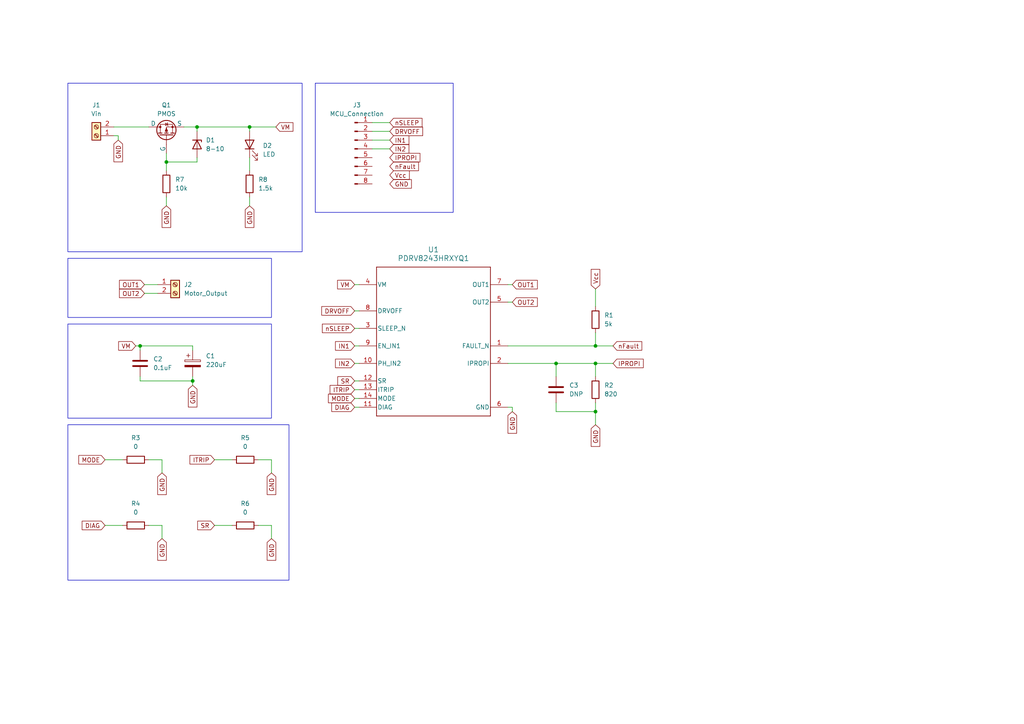
<source format=kicad_sch>
(kicad_sch (version 20250114) (generator "eeschema") (generator_version "9.0")
  (paper "A4")
  (lib_symbols
    (symbol "Connector:Conn_01x08_Pin" (pin_names (offset 1.016) (hide yes))
      (property "Reference" "J" (at 0 10.16 0))
      (property "Value" "Conn_01x08_Pin" (at 0 -12.7 0))
      (symbol "Conn_01x08_Pin_1_1"
        (rectangle (start 0.8636 7.747) (end 0 7.493) (stroke (width 0.1524)) (fill (type outline)))
        (rectangle (start 0.8636 5.207) (end 0 4.953) (stroke (width 0.1524)) (fill (type outline)))
        (rectangle (start 0.8636 2.667) (end 0 2.413) (stroke (width 0.1524)) (fill (type outline)))
        (rectangle (start 0.8636 0.127) (end 0 -0.127) (stroke (width 0.1524)) (fill (type outline)))
        (rectangle (start 0.8636 -2.413) (end 0 -2.667) (stroke (width 0.1524)) (fill (type outline)))
        (rectangle (start 0.8636 -4.953) (end 0 -5.207) (stroke (width 0.1524)) (fill (type outline)))
        (rectangle (start 0.8636 -7.493) (end 0 -7.747) (stroke (width 0.1524)) (fill (type outline)))
        (rectangle (start 0.8636 -10.033) (end 0 -10.287) (stroke (width 0.1524)) (fill (type outline)))
        (polyline (pts (xy 1.27 7.62) (xy 0.8636 7.62)) (stroke (width 0.1524)))
        (polyline (pts (xy 1.27 5.08) (xy 0.8636 5.08)) (stroke (width 0.1524)))
        (polyline (pts (xy 1.27 2.54) (xy 0.8636 2.54)) (stroke (width 0.1524)))
        (polyline (pts (xy 1.27 0) (xy 0.8636 0)) (stroke (width 0.1524)))
        (polyline (pts (xy 1.27 -2.54) (xy 0.8636 -2.54)) (stroke (width 0.1524)))
        (polyline (pts (xy 1.27 -5.08) (xy 0.8636 -5.08)) (stroke (width 0.1524)))
        (polyline (pts (xy 1.27 -7.62) (xy 0.8636 -7.62)) (stroke (width 0.1524)))
        (polyline (pts (xy 1.27 -10.16) (xy 0.8636 -10.16)) (stroke (width 0.1524)))
        (pin passive line (at 5.08 7.62 180) (length 3.81) (name "Pin_1") (number "1"))
        (pin passive line (at 5.08 5.08 180) (length 3.81) (name "Pin_2") (number "2"))
        (pin passive line (at 5.08 2.54 180) (length 3.81) (name "Pin_3") (number "3"))
        (pin passive line (at 5.08 0 180) (length 3.81) (name "Pin_4") (number "4"))
        (pin passive line (at 5.08 -2.54 180) (length 3.81) (name "Pin_5") (number "5"))
        (pin passive line (at 5.08 -5.08 180) (length 3.81) (name "Pin_6") (number "6"))
        (pin passive line (at 5.08 -7.62 180) (length 3.81) (name "Pin_7") (number "7"))
        (pin passive line (at 5.08 -10.16 180) (length 3.81) (name "Pin_8") (number "8"))
      )
    )
    (symbol "Connector:Screw_Terminal_01x02" (pin_names (offset 1.016) (hide yes))
      (property "Reference" "J" (at 0 2.54 0))
      (property "Value" "Screw_Terminal_01x02" (at 0 -5.08 0))
      (symbol "Screw_Terminal_01x02_1_1"
        (rectangle (start -1.27 1.27) (end 1.27 -3.81) (stroke (width 0.254)) (fill (type background)))
        (polyline (pts (xy -0.5334 0.3302) (xy 0.3302 -0.508)) (stroke (width 0.1524)))
        (polyline (pts (xy -0.5334 -2.2098) (xy 0.3302 -3.048)) (stroke (width 0.1524)))
        (polyline (pts (xy -0.3556 0.508) (xy 0.508 -0.3302)) (stroke (width 0.1524)))
        (polyline (pts (xy -0.3556 -2.032) (xy 0.508 -2.8702)) (stroke (width 0.1524)))
        (circle (center 0 0) (radius 0.635) (stroke (width 0.1524)))
        (circle (center 0 -2.54) (radius 0.635) (stroke (width 0.1524)))
        (pin passive line (at -5.08 0 0) (length 3.81) (name "Pin_1") (number "1"))
        (pin passive line (at -5.08 -2.54 0) (length 3.81) (name "Pin_2") (number "2"))
      )
    )
    (symbol "DRV8243:PDRV8243HRXYQ1" (pin_names (offset 0.254))
      (property "Reference" "U" (at 0 2.54 0))
      (property "Value" "PDRV8243HRXYQ1" (at 0 0 0))
      (symbol "PDRV8243HRXYQ1_0_1"
        (polyline (pts (xy 5.08 5.08) (xy 5.08 -38.1)) (stroke (width 0.2032)))
        (polyline (pts (xy 5.08 -38.1) (xy 38.1 -38.1)) (stroke (width 0.2032)))
        (polyline (pts (xy 38.1 5.08) (xy 5.08 5.08)) (stroke (width 0.2032)))
        (polyline (pts (xy 38.1 -38.1) (xy 38.1 5.08)) (stroke (width 0.2032)))
        (pin power_in line (at 0 0 0) (length 5.08) (name "VM") (number "4"))
        (pin input line (at 0 -7.62 0) (length 5.08) (name "DRVOFF") (number "8"))
        (pin input line (at 0 -12.7 0) (length 5.08) (name "SLEEP_N") (number "3"))
        (pin input line (at 0 -17.78 0) (length 5.08) (name "EN_IN1") (number "9"))
        (pin input line (at 0 -22.86 0) (length 5.08) (name "PH_IN2") (number "10"))
        (pin unspecified line (at 43.18 0 180) (length 5.08) (name "OUT1") (number "7"))
        (pin unspecified line (at 43.18 -5.08 180) (length 5.08) (name "OUT2") (number "5"))
        (pin open_collector line (at 43.18 -17.78 180) (length 5.08) (name "FAULT_N") (number "1"))
        (pin bidirectional line (at 43.18 -22.86 180) (length 5.08) (name "IPROPI") (number "2"))
        (pin power_in line (at 43.18 -35.56 180) (length 5.08) (name "GND") (number "6"))
      )
      (symbol "PDRV8243HRXYQ1_1_1"
        (pin input line (at 0 -27.94 0) (length 5.08) (name "SR") (number "12"))
        (pin input line (at 0 -30.48 0) (length 5.08) (name "ITRIP") (number "13"))
        (pin input line (at 0 -33.02 0) (length 5.08) (name "MODE") (number "14"))
        (pin input line (at 0 -35.56 0) (length 5.08) (name "DIAG") (number "11"))
      )
    )
    (symbol "Device:C" (pin_numbers (hide yes)) (pin_names (offset 0.254))
      (property "Reference" "C" (at 0.635 2.54 0))
      (property "Value" "C" (at 0.635 -2.54 0))
      (symbol "C_0_1"
        (polyline (pts (xy -2.032 0.762) (xy 2.032 0.762)) (stroke (width 0.508)))
        (polyline (pts (xy -2.032 -0.762) (xy 2.032 -0.762)) (stroke (width 0.508)))
      )
      (symbol "C_1_1"
        (pin passive line (at 0 3.81 270) (length 2.794) (name "~") (number "1"))
        (pin passive line (at 0 -3.81 90) (length 2.794) (name "~") (number "2"))
      )
    )
    (symbol "Device:C_Polarized" (pin_numbers (hide yes)) (pin_names (offset 0.254))
      (property "Reference" "C" (at 0.635 2.54 0))
      (property "Value" "C_Polarized" (at 0.635 -2.54 0))
      (symbol "C_Polarized_0_1"
        (rectangle (start -2.286 0.508) (end 2.286 1.016))
        (polyline (pts (xy -1.778 2.286) (xy -0.762 2.286)))
        (polyline (pts (xy -1.27 2.794) (xy -1.27 1.778)))
        (rectangle (start 2.286 -0.508) (end -2.286 -1.016) (fill (type outline)))
      )
      (symbol "C_Polarized_1_1"
        (pin passive line (at 0 3.81 270) (length 2.794) (name "~") (number "1"))
        (pin passive line (at 0 -3.81 90) (length 2.794) (name "~") (number "2"))
      )
    )
    (symbol "Device:D_Zener" (pin_numbers (hide yes)) (pin_names (offset 1.016) (hide yes))
      (property "Reference" "D" (at 0 2.54 0))
      (property "Value" "D_Zener" (at 0 -2.54 0))
      (symbol "D_Zener_0_1"
        (polyline (pts (xy -1.27 -1.27) (xy -1.27 1.27) (xy -0.762 1.27)) (stroke (width 0.254)))
        (polyline (pts (xy 1.27 0) (xy -1.27 0)))
        (polyline (pts (xy 1.27 -1.27) (xy 1.27 1.27) (xy -1.27 0) (xy 1.27 -1.27)) (stroke (width 0.254)))
      )
      (symbol "D_Zener_1_1"
        (pin passive line (at -3.81 0 0) (length 2.54) (name "K") (number "1"))
        (pin passive line (at 3.81 0 180) (length 2.54) (name "A") (number "2"))
      )
    )
    (symbol "Device:LED" (pin_numbers (hide yes)) (pin_names (offset 1.016) (hide yes))
      (property "Reference" "D" (at 0 2.54 0))
      (property "Value" "LED" (at 0 -2.54 0))
      (symbol "LED_0_1"
        (polyline (pts (xy -3.048 -0.762) (xy -4.572 -2.286) (xy -3.81 -2.286) (xy -4.572 -2.286) (xy -4.572 -1.524)))
        (polyline (pts (xy -1.778 -0.762) (xy -3.302 -2.286) (xy -2.54 -2.286) (xy -3.302 -2.286) (xy -3.302 -1.524)))
        (polyline (pts (xy -1.27 0) (xy 1.27 0)))
        (polyline (pts (xy -1.27 -1.27) (xy -1.27 1.27)) (stroke (width 0.254)))
        (polyline (pts (xy 1.27 -1.27) (xy 1.27 1.27) (xy -1.27 0) (xy 1.27 -1.27)) (stroke (width 0.254)))
      )
      (symbol "LED_1_1"
        (pin passive line (at -3.81 0 0) (length 2.54) (name "K") (number "1"))
        (pin passive line (at 3.81 0 180) (length 2.54) (name "A") (number "2"))
      )
    )
    (symbol "Device:R" (pin_numbers (hide yes)) (pin_names (offset 0))
      (property "Reference" "R" (at 2.032 0 90))
      (property "Value" "R" (at 0 0 90))
      (symbol "R_0_1"
        (rectangle (start -1.016 -2.54) (end 1.016 2.54) (stroke (width 0.254)))
      )
      (symbol "R_1_1"
        (pin passive line (at 0 3.81 270) (length 1.27) (name "~") (number "1"))
        (pin passive line (at 0 -3.81 90) (length 1.27) (name "~") (number "2"))
      )
    )
    (symbol "Simulation_SPICE:PMOS" (pin_numbers (hide yes)) (pin_names (offset 0))
      (property "Reference" "Q" (at 5.08 1.27 0))
      (property "Value" "PMOS" (at 5.08 -1.27 0))
      (symbol "PMOS_0_1"
        (polyline (pts (xy 0.254 1.905) (xy 0.254 -1.905)) (stroke (width 0.254)))
        (polyline (pts (xy 0.254 0) (xy -2.54 0)))
        (polyline (pts (xy 0.762 2.286) (xy 0.762 1.27)) (stroke (width 0.254)))
        (polyline (pts (xy 0.762 1.778) (xy 3.302 1.778) (xy 3.302 -1.778) (xy 0.762 -1.778)))
        (polyline (pts (xy 0.762 0.508) (xy 0.762 -0.508)) (stroke (width 0.254)))
        (polyline (pts (xy 0.762 -1.27) (xy 0.762 -2.286)) (stroke (width 0.254)))
        (circle (center 1.651 0) (radius 2.794) (stroke (width 0.254)))
        (polyline (pts (xy 2.286 0) (xy 1.27 0.381) (xy 1.27 -0.381) (xy 2.286 0)) (fill (type outline)))
        (polyline (pts (xy 2.54 2.54) (xy 2.54 1.778)))
        (circle (center 2.54 1.778) (radius 0.254) (fill (type outline)))
        (circle (center 2.54 -1.778) (radius 0.254) (fill (type outline)))
        (polyline (pts (xy 2.54 -2.54) (xy 2.54 0) (xy 0.762 0)))
        (polyline (pts (xy 2.794 -0.508) (xy 2.921 -0.381) (xy 3.683 -0.381) (xy 3.81 -0.254)))
        (polyline (pts (xy 3.302 -0.381) (xy 2.921 0.254) (xy 3.683 0.254) (xy 3.302 -0.381)))
      )
      (symbol "PMOS_1_1"
        (pin input line (at -5.08 0 0) (length 2.54) (name "G") (number "2"))
        (pin passive line (at 2.54 5.08 270) (length 2.54) (name "D") (number "1"))
        (pin passive line (at 2.54 -5.08 90) (length 2.54) (name "S") (number "3"))
      )
    )
  )
  (rectangle (start 91.44 24.13) (end 131.445 61.595))
  (rectangle (start 19.685 123.19) (end 83.82 168.275))
  (rectangle (start 19.685 24.13) (end 87.63 73.025))
  (rectangle (start 19.685 74.93) (end 78.74 92.075))
  (rectangle (start 19.685 93.98) (end 78.74 121.285))
  (junction (at 55.88 110.49))
  (junction (at 172.72 100.33))
  (junction (at 40.64 100.33))
  (junction (at 48.26 46.99))
  (junction (at 172.72 119.38))
  (junction (at 172.72 105.41))
  (junction (at 161.29 105.41))
  (junction (at 57.15 36.83))
  (junction (at 72.39 36.83))
  (wire (pts (xy 46.99 133.35) (xy 43.18 133.35)))
  (wire (pts (xy 72.39 36.83) (xy 72.39 38.1)))
  (wire (pts (xy 55.88 110.49) (xy 55.88 111.76)))
  (wire (pts (xy 172.72 96.52) (xy 172.72 100.33)))
  (wire (pts (xy 78.74 137.16) (xy 78.74 133.35)))
  (wire (pts (xy 41.91 85.09) (xy 45.72 85.09)))
  (wire (pts (xy 172.72 116.84) (xy 172.72 119.38)))
  (wire (pts (xy 107.95 38.1) (xy 113.03 38.1)))
  (wire (pts (xy 72.39 45.72) (xy 72.39 49.53)))
  (wire (pts (xy 78.74 133.35) (xy 74.93 133.35)))
  (wire (pts (xy 148.59 118.11) (xy 148.59 119.38)))
  (wire (pts (xy 55.88 100.33) (xy 55.88 101.6)))
  (wire (pts (xy 55.88 110.49) (xy 40.64 110.49)))
  (wire (pts (xy 40.64 110.49) (xy 40.64 109.22)))
  (wire (pts (xy 30.48 152.4) (xy 35.56 152.4)))
  (wire (pts (xy 102.87 110.49) (xy 104.14 110.49)))
  (wire (pts (xy 102.87 90.17) (xy 104.14 90.17)))
  (wire (pts (xy 30.48 133.35) (xy 35.56 133.35)))
  (wire (pts (xy 102.87 118.11) (xy 104.14 118.11)))
  (wire (pts (xy 172.72 83.82) (xy 172.72 88.9)))
  (wire (pts (xy 57.15 46.99) (xy 57.15 45.72)))
  (wire (pts (xy 48.26 57.15) (xy 48.26 59.69)))
  (wire (pts (xy 172.72 105.41) (xy 177.8 105.41)))
  (wire (pts (xy 102.87 115.57) (xy 104.14 115.57)))
  (wire (pts (xy 161.29 119.38) (xy 172.72 119.38)))
  (wire (pts (xy 107.95 40.64) (xy 113.03 40.64)))
  (wire (pts (xy 62.23 152.4) (xy 67.31 152.4)))
  (wire (pts (xy 46.99 156.21) (xy 46.99 152.4)))
  (wire (pts (xy 33.02 39.37) (xy 34.29 39.37)))
  (wire (pts (xy 78.74 156.21) (xy 78.74 152.4)))
  (wire (pts (xy 161.29 116.84) (xy 161.29 119.38)))
  (wire (pts (xy 147.32 100.33) (xy 172.72 100.33)))
  (wire (pts (xy 46.99 152.4) (xy 43.18 152.4)))
  (wire (pts (xy 147.32 87.63) (xy 148.59 87.63)))
  (wire (pts (xy 55.88 109.22) (xy 55.88 110.49)))
  (wire (pts (xy 34.29 39.37) (xy 34.29 40.64)))
  (wire (pts (xy 172.72 100.33) (xy 177.8 100.33)))
  (wire (pts (xy 107.95 43.18) (xy 113.03 43.18)))
  (wire (pts (xy 161.29 105.41) (xy 161.29 109.22)))
  (wire (pts (xy 62.23 133.35) (xy 67.31 133.35)))
  (wire (pts (xy 172.72 119.38) (xy 172.72 123.19)))
  (wire (pts (xy 102.87 95.25) (xy 104.14 95.25)))
  (wire (pts (xy 48.26 46.99) (xy 57.15 46.99)))
  (wire (pts (xy 161.29 105.41) (xy 172.72 105.41)))
  (wire (pts (xy 46.99 137.16) (xy 46.99 133.35)))
  (wire (pts (xy 48.26 46.99) (xy 48.26 49.53)))
  (wire (pts (xy 57.15 36.83) (xy 57.15 38.1)))
  (wire (pts (xy 72.39 57.15) (xy 72.39 59.69)))
  (wire (pts (xy 107.95 35.56) (xy 113.03 35.56)))
  (wire (pts (xy 72.39 36.83) (xy 80.01 36.83)))
  (wire (pts (xy 147.32 82.55) (xy 148.59 82.55)))
  (wire (pts (xy 172.72 105.41) (xy 172.72 109.22)))
  (wire (pts (xy 40.64 100.33) (xy 55.88 100.33)))
  (wire (pts (xy 57.15 36.83) (xy 72.39 36.83)))
  (wire (pts (xy 102.87 100.33) (xy 104.14 100.33)))
  (wire (pts (xy 148.59 118.11) (xy 147.32 118.11)))
  (wire (pts (xy 48.26 44.45) (xy 48.26 46.99)))
  (wire (pts (xy 102.87 113.03) (xy 104.14 113.03)))
  (wire (pts (xy 53.34 36.83) (xy 57.15 36.83)))
  (wire (pts (xy 102.87 105.41) (xy 104.14 105.41)))
  (wire (pts (xy 147.32 105.41) (xy 161.29 105.41)))
  (wire (pts (xy 102.87 82.55) (xy 104.14 82.55)))
  (wire (pts (xy 78.74 152.4) (xy 74.93 152.4)))
  (wire (pts (xy 41.91 82.55) (xy 45.72 82.55)))
  (wire (pts (xy 40.64 100.33) (xy 40.64 101.6)))
  (wire (pts (xy 39.37 100.33) (xy 40.64 100.33)))
  (wire (pts (xy 33.02 36.83) (xy 43.18 36.83)))
  (global_label "VM" (shape input) (at 39.37 100.33 180) (property "Intersheetrefs" "${INTERSHEET_REFS}" (effects (hide yes))))
  (global_label "OUT1" (shape input) (at 148.59 82.55 0) (property "Intersheetrefs" "${INTERSHEET_REFS}" (effects (hide yes))))
  (global_label "Vcc" (shape input) (at 172.72 83.82 90) (property "Intersheetrefs" "${INTERSHEET_REFS}" (effects (hide yes))))
  (global_label "ITRIP" (shape input) (at 102.87 113.03 180) (property "Intersheetrefs" "${INTERSHEET_REFS}" (effects (hide yes))))
  (global_label "VM" (shape input) (at 80.01 36.83 0) (property "Intersheetrefs" "${INTERSHEET_REFS}" (effects (hide yes))))
  (global_label "DRVOFF" (shape input) (at 113.03 38.1 0) (property "Intersheetrefs" "${INTERSHEET_REFS}" (effects (hide yes))))
  (global_label "IPROPI" (shape input) (at 113.03 45.72 0) (property "Intersheetrefs" "${INTERSHEET_REFS}" (effects (hide yes))))
  (global_label "MODE" (shape input) (at 30.48 133.35 180) (property "Intersheetrefs" "${INTERSHEET_REFS}" (effects (hide yes))))
  (global_label "IN1" (shape input) (at 113.03 40.64 0) (property "Intersheetrefs" "${INTERSHEET_REFS}" (effects (hide yes))))
  (global_label "GND" (shape input) (at 148.59 119.38 270) (property "Intersheetrefs" "${INTERSHEET_REFS}" (effects (hide yes))))
  (global_label "nSLEEP" (shape input) (at 102.87 95.25 180) (property "Intersheetrefs" "${INTERSHEET_REFS}" (effects (hide yes))))
  (global_label "IN2" (shape input) (at 102.87 105.41 180) (property "Intersheetrefs" "${INTERSHEET_REFS}" (effects (hide yes))))
  (global_label "MODE" (shape input) (at 102.87 115.57 180) (property "Intersheetrefs" "${INTERSHEET_REFS}" (effects (hide yes))))
  (global_label "GND" (shape input) (at 55.88 111.76 270) (property "Intersheetrefs" "${INTERSHEET_REFS}" (effects (hide yes))))
  (global_label "GND" (shape input) (at 46.99 156.21 270) (property "Intersheetrefs" "${INTERSHEET_REFS}" (effects (hide yes))))
  (global_label "GND" (shape input) (at 48.26 59.69 270) (property "Intersheetrefs" "${INTERSHEET_REFS}" (effects (hide yes))))
  (global_label "GND" (shape input) (at 172.72 123.19 270) (property "Intersheetrefs" "${INTERSHEET_REFS}" (effects (hide yes))))
  (global_label "SR" (shape input) (at 102.87 110.49 180) (property "Intersheetrefs" "${INTERSHEET_REFS}" (effects (hide yes))))
  (global_label "nFault" (shape input) (at 113.03 48.26 0) (property "Intersheetrefs" "${INTERSHEET_REFS}" (effects (hide yes))))
  (global_label "OUT1" (shape input) (at 41.91 82.55 180) (property "Intersheetrefs" "${INTERSHEET_REFS}" (effects (hide yes))))
  (global_label "GND" (shape input) (at 78.74 156.21 270) (property "Intersheetrefs" "${INTERSHEET_REFS}" (effects (hide yes))))
  (global_label "nFault" (shape input) (at 177.8 100.33 0) (property "Intersheetrefs" "${INTERSHEET_REFS}" (effects (hide yes))))
  (global_label "DIAG" (shape input) (at 102.87 118.11 180) (property "Intersheetrefs" "${INTERSHEET_REFS}" (effects (hide yes))))
  (global_label "VM" (shape input) (at 102.87 82.55 180) (property "Intersheetrefs" "${INTERSHEET_REFS}" (effects (hide yes))))
  (global_label "DIAG" (shape input) (at 30.48 152.4 180) (property "Intersheetrefs" "${INTERSHEET_REFS}" (effects (hide yes))))
  (global_label "GND" (shape input) (at 46.99 137.16 270) (property "Intersheetrefs" "${INTERSHEET_REFS}" (effects (hide yes))))
  (global_label "DRVOFF" (shape input) (at 102.87 90.17 180) (property "Intersheetrefs" "${INTERSHEET_REFS}" (effects (hide yes))))
  (global_label "GND" (shape input) (at 113.03 53.34 0) (property "Intersheetrefs" "${INTERSHEET_REFS}" (effects (hide yes))))
  (global_label "nSLEEP" (shape input) (at 113.03 35.56 0) (property "Intersheetrefs" "${INTERSHEET_REFS}" (effects (hide yes))))
  (global_label "GND" (shape input) (at 72.39 59.69 270) (property "Intersheetrefs" "${INTERSHEET_REFS}" (effects (hide yes))))
  (global_label "OUT2" (shape input) (at 41.91 85.09 180) (property "Intersheetrefs" "${INTERSHEET_REFS}" (effects (hide yes))))
  (global_label "SR" (shape input) (at 62.23 152.4 180) (property "Intersheetrefs" "${INTERSHEET_REFS}" (effects (hide yes))))
  (global_label "IN2" (shape input) (at 113.03 43.18 0) (property "Intersheetrefs" "${INTERSHEET_REFS}" (effects (hide yes))))
  (global_label "OUT2" (shape input) (at 148.59 87.63 0) (property "Intersheetrefs" "${INTERSHEET_REFS}" (effects (hide yes))))
  (global_label "ITRIP" (shape input) (at 62.23 133.35 180) (property "Intersheetrefs" "${INTERSHEET_REFS}" (effects (hide yes))))
  (global_label "GND" (shape input) (at 34.29 40.64 270) (property "Intersheetrefs" "${INTERSHEET_REFS}" (effects (hide yes))))
  (global_label "Vcc" (shape input) (at 113.03 50.8 0) (property "Intersheetrefs" "${INTERSHEET_REFS}" (effects (hide yes))))
  (global_label "IPROPI" (shape input) (at 177.8 105.41 0) (property "Intersheetrefs" "${INTERSHEET_REFS}" (effects (hide yes))))
  (global_label "IN1" (shape input) (at 102.87 100.33 180) (property "Intersheetrefs" "${INTERSHEET_REFS}" (effects (hide yes))))
  (global_label "GND" (shape input) (at 78.74 137.16 270) (property "Intersheetrefs" "${INTERSHEET_REFS}" (effects (hide yes))))
  (symbol (lib_id "Device:R") (at 39.37 152.4 270) (unit 1)
    (property "Reference" "R4" (at 39.37 146.05 90))
    (property "Value" "0" (at 39.37 148.59 90))
    (property "Footprint" "Resistor_SMD:R_0805_2012Metric" (effects (hide yes)))
    (property "Description" "Resistor" (effects (hide yes)))
  )
  (symbol (lib_id "Device:R") (at 172.72 113.03 0) (unit 1)
    (property "Reference" "R2" (at 175.26 111.7599 0) (effects (justify left)))
    (property "Value" "820" (at 175.26 114.2999 0) (effects (justify left)))
    (property "Footprint" "Resistor_SMD:R_0805_2012Metric" (effects (hide yes)))
    (property "Description" "Resistor" (effects (hide yes)))
  )
  (symbol (lib_id "Device:R") (at 72.39 53.34 180) (unit 1)
    (property "Reference" "R8" (at 74.93 52.0699 0) (effects (justify right)))
    (property "Value" "1.5k" (at 74.93 54.6099 0) (effects (justify right)))
    (property "Footprint" "Resistor_SMD:R_0805_2012Metric" (effects (hide yes)))
    (property "Description" "Resistor" (effects (hide yes)))
  )
  (symbol (lib_id "Connector:Conn_01x08_Pin") (at 102.87 43.18 0) (unit 1)
    (property "Reference" "J3" (at 103.505 30.48 0))
    (property "Value" "MCU_Connection" (at 103.505 33.02 0))
    (property "Footprint" "Connector_PinHeader_2.54mm:PinHeader_1x08_P2.54mm_Vertical" (effects (hide yes)))
    (property "Description" "Generic connector, single row, 01x08, script generated" (effects (hide yes)))
  )
  (symbol (lib_id "Connector:Screw_Terminal_01x02") (at 27.94 39.37 180) (unit 1)
    (property "Reference" "J1" (at 27.94 30.48 0))
    (property "Value" "Vin" (at 27.94 33.02 0))
    (property "Footprint" "TerminalBlock_Phoenix:TerminalBlock_Phoenix_MKDS-1,5-2_1x02_P5.00mm_Horizontal" (effects (hide yes)))
    (property "Description" "Generic screw terminal, single row, 01x02, script generated (kicad-library-utils/schlib/autogen/connector/)" (effects (hide yes)))
  )
  (symbol (lib_id "Device:R") (at 39.37 133.35 270) (unit 1)
    (property "Reference" "R3" (at 39.37 127 90))
    (property "Value" "0" (at 39.37 129.54 90))
    (property "Footprint" "Resistor_SMD:R_0805_2012Metric" (effects (hide yes)))
    (property "Description" "Resistor" (effects (hide yes)))
  )
  (symbol (lib_id "Device:LED") (at 72.39 41.91 90) (unit 1)
    (property "Reference" "D2" (at 76.2 42.2274 90) (effects (justify right)))
    (property "Value" "LED" (at 76.2 44.7674 90) (effects (justify right)))
    (property "Footprint" "LED_SMD:LED_0805_2012Metric" (effects (hide yes)))
    (property "Description" "Light emitting diode" (effects (hide yes)))
    (property "Sim.Pins" "1=K 2=A" (effects (hide yes)))
  )
  (symbol (lib_id "Device:C") (at 161.29 113.03 0) (unit 1)
    (property "Reference" "C3" (at 165.1 111.7599 0) (effects (justify left)))
    (property "Value" "DNP" (at 165.1 114.2999 0) (effects (justify left)))
    (property "Footprint" "Capacitor_SMD:C_0805_2012Metric" (effects (hide yes)))
    (property "Description" "Unpolarized capacitor" (effects (hide yes)))
  )
  (symbol (lib_id "Device:D_Zener") (at 57.15 41.91 270) (unit 1)
    (property "Reference" "D1" (at 59.69 40.6399 90) (effects (justify left)))
    (property "Value" "8-10" (at 59.69 43.1799 90) (effects (justify left)))
    (property "Footprint" "Diode_SMD:D_SOD-123" (effects (hide yes)))
    (property "Description" "Zener diode" (effects (hide yes)))
  )
  (symbol (lib_id "DRV8243:PDRV8243HRXYQ1") (at 104.14 82.55 0) (unit 1)
    (property "Reference" "U1" (at 125.73 72.39 0) (effects (font (size 1.524 1.524))))
    (property "Value" "PDRV8243HRXYQ1" (at 125.73 74.93 0) (effects (font (size 1.524 1.524))))
    (property "Footprint" "DRV8243:RXY0014A-MFG" (effects (hide yes)))
    (property "Datasheet" "PDRV8243HRXYQ1" (effects (hide yes)))
  )
  (symbol (lib_id "Device:C_Polarized") (at 55.88 105.41 0) (unit 1)
    (property "Reference" "C1" (at 59.69 103.2509 0) (effects (justify left)))
    (property "Value" "220uF" (at 59.69 105.7909 0) (effects (justify left)))
    (property "Footprint" "Capacitor_SMD:CP_Elec_8x10.5" (effects (hide yes)))
    (property "Description" "Polarized capacitor" (effects (hide yes)))
  )
  (symbol (lib_id "Device:R") (at 71.12 133.35 270) (unit 1)
    (property "Reference" "R5" (at 71.12 127 90))
    (property "Value" "0" (at 71.12 129.54 90))
    (property "Footprint" "Resistor_SMD:R_0805_2012Metric" (effects (hide yes)))
    (property "Description" "Resistor" (effects (hide yes)))
  )
  (symbol (lib_id "Device:R") (at 48.26 53.34 180) (unit 1)
    (property "Reference" "R7" (at 50.8 52.0699 0) (effects (justify right)))
    (property "Value" "10k" (at 50.8 54.6099 0) (effects (justify right)))
    (property "Footprint" "Resistor_SMD:R_0805_2012Metric" (effects (hide yes)))
    (property "Description" "Resistor" (effects (hide yes)))
  )
  (symbol (lib_id "Simulation_SPICE:PMOS") (at 48.26 39.37 90) (unit 1)
    (property "Reference" "Q1" (at 48.26 30.48 90))
    (property "Value" "PMOS" (at 48.26 33.02 90))
    (property "Footprint" "Package_TO_SOT_SMD:TO-252-2" (effects (hide yes)))
    (property "Datasheet" "https://ngspice.sourceforge.io/docs/ngspice-html-manual/manual.xhtml#cha_MOSFETs" (effects (hide yes)))
    (property "Description" "P-MOSFET transistor, drain/source/gate" (effects (hide yes)))
    (property "Sim.Device" "PMOS" (effects (hide yes)))
    (property "Sim.Type" "VDMOS" (effects (hide yes)))
    (property "Sim.Pins" "1=D 2=G 3=S" (effects (hide yes)))
  )
  (symbol (lib_id "Device:R") (at 71.12 152.4 270) (unit 1)
    (property "Reference" "R6" (at 71.12 146.05 90))
    (property "Value" "0" (at 71.12 148.59 90))
    (property "Footprint" "Resistor_SMD:R_0805_2012Metric" (effects (hide yes)))
    (property "Description" "Resistor" (effects (hide yes)))
  )
  (symbol (lib_id "Device:R") (at 172.72 92.71 0) (unit 1)
    (property "Reference" "R1" (at 175.26 91.4399 0) (effects (justify left)))
    (property "Value" "5k" (at 175.26 93.9799 0) (effects (justify left)))
    (property "Footprint" "Resistor_SMD:R_0805_2012Metric" (effects (hide yes)))
    (property "Description" "Resistor" (effects (hide yes)))
  )
  (symbol (lib_id "Device:C") (at 40.64 105.41 0) (unit 1)
    (property "Reference" "C2" (at 44.45 104.1399 0) (effects (justify left)))
    (property "Value" "0.1uF" (at 44.45 106.6799 0) (effects (justify left)))
    (property "Footprint" "Capacitor_SMD:C_0805_2012Metric" (effects (hide yes)))
    (property "Description" "Unpolarized capacitor" (effects (hide yes)))
  )
  (symbol (lib_id "Connector:Screw_Terminal_01x02") (at 50.8 82.55 0) (unit 1)
    (property "Reference" "J2" (at 53.34 82.5499 0) (effects (justify left)))
    (property "Value" "Motor_Output" (at 53.34 85.0899 0) (effects (justify left)))
    (property "Footprint" "TerminalBlock_Phoenix:TerminalBlock_Phoenix_MKDS-1,5-2_1x02_P5.00mm_Horizontal" (effects (hide yes)))
    (property "Description" "Generic screw terminal, single row, 01x02, script generated (kicad-library-utils/schlib/autogen/connector/)" (effects (hide yes)))
  )
)
</source>
